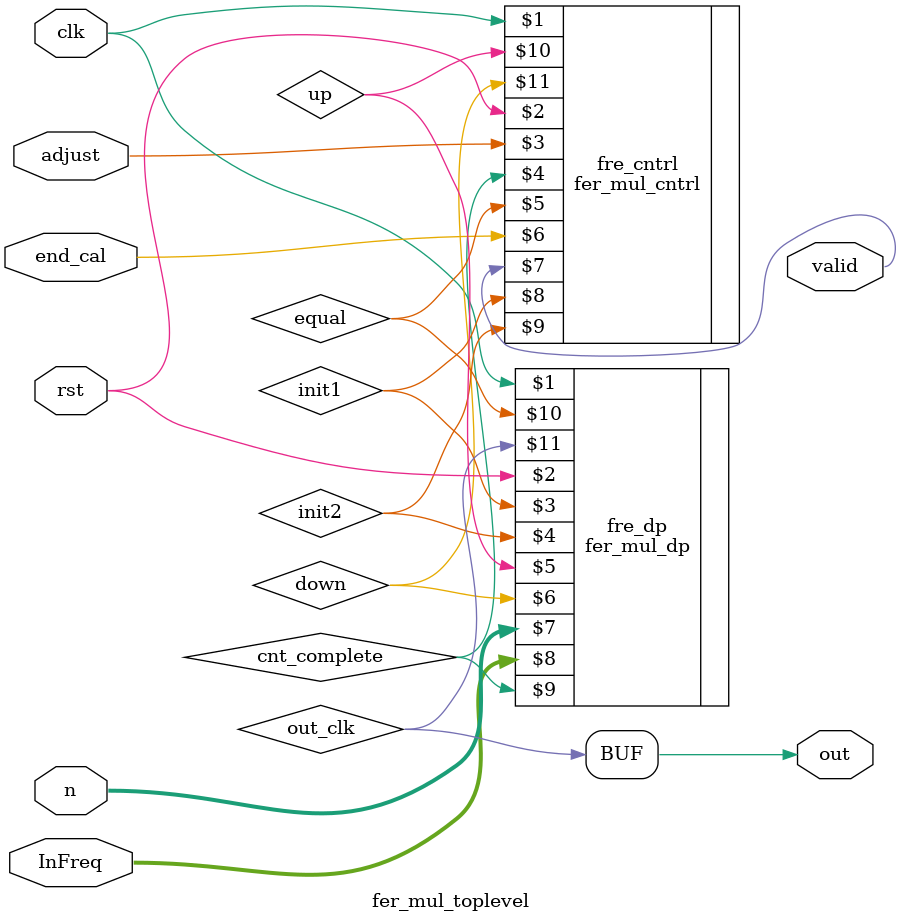
<source format=v>
`timescale 1ns/1ns 
module fer_mul_toplevel(input clk, rst, adjust, end_cal,input [3:0]n, input[15:0]InFreq, output valid, output out);

wire init1,init2,up,down,cnt_complete, equal, out_clk;

fer_mul_dp fre_dp(clk, rst, init1, init2, up, down, n, InFreq, cnt_complete,equal, out_clk);

fer_mul_cntrl fre_cntrl(clk, rst, adjust, cnt_complete, equal, end_cal, valid, init1, init2, up, down);

assign out = out_clk;

endmodule
</source>
